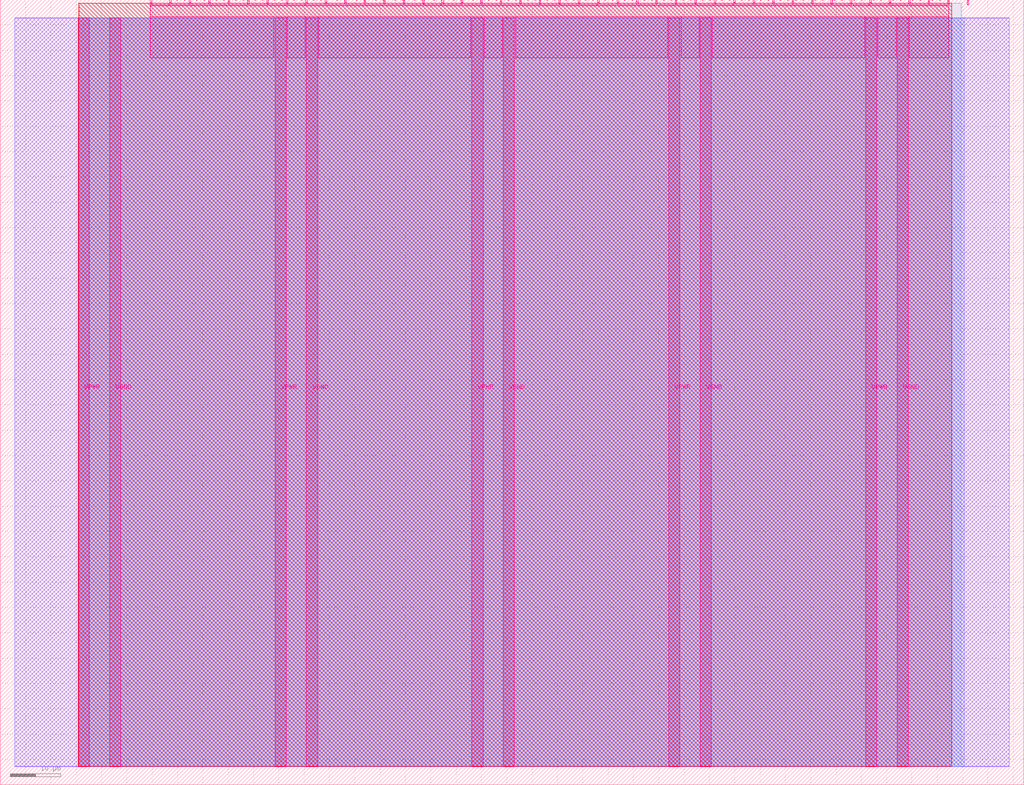
<source format=lef>
VERSION 5.7 ;
  NOWIREEXTENSIONATPIN ON ;
  DIVIDERCHAR "/" ;
  BUSBITCHARS "[]" ;
MACRO tt_um_nefelimet_updown_cntr
  CLASS BLOCK ;
  FOREIGN tt_um_nefelimet_updown_cntr ;
  ORIGIN 0.000 0.000 ;
  SIZE 202.080 BY 154.980 ;
  PIN VGND
    DIRECTION INOUT ;
    USE GROUND ;
    PORT
      LAYER Metal5 ;
        RECT 21.580 3.560 23.780 151.420 ;
    END
    PORT
      LAYER Metal5 ;
        RECT 60.450 3.560 62.650 151.420 ;
    END
    PORT
      LAYER Metal5 ;
        RECT 99.320 3.560 101.520 151.420 ;
    END
    PORT
      LAYER Metal5 ;
        RECT 138.190 3.560 140.390 151.420 ;
    END
    PORT
      LAYER Metal5 ;
        RECT 177.060 3.560 179.260 151.420 ;
    END
  END VGND
  PIN VPWR
    DIRECTION INOUT ;
    USE POWER ;
    PORT
      LAYER Metal5 ;
        RECT 15.380 3.560 17.580 151.420 ;
    END
    PORT
      LAYER Metal5 ;
        RECT 54.250 3.560 56.450 151.420 ;
    END
    PORT
      LAYER Metal5 ;
        RECT 93.120 3.560 95.320 151.420 ;
    END
    PORT
      LAYER Metal5 ;
        RECT 131.990 3.560 134.190 151.420 ;
    END
    PORT
      LAYER Metal5 ;
        RECT 170.860 3.560 173.060 151.420 ;
    END
  END VPWR
  PIN clk
    DIRECTION INPUT ;
    USE SIGNAL ;
    ANTENNAGATEAREA 0.213200 ;
    PORT
      LAYER Metal5 ;
        RECT 187.050 153.980 187.350 154.980 ;
    END
  END clk
  PIN ena
    DIRECTION INPUT ;
    USE SIGNAL ;
    PORT
      LAYER Metal5 ;
        RECT 190.890 153.980 191.190 154.980 ;
    END
  END ena
  PIN rst_n
    DIRECTION INPUT ;
    USE SIGNAL ;
    PORT
      LAYER Metal5 ;
        RECT 183.210 153.980 183.510 154.980 ;
    END
  END rst_n
  PIN ui_in[0]
    DIRECTION INPUT ;
    USE SIGNAL ;
    ANTENNAGATEAREA 0.180700 ;
    PORT
      LAYER Metal5 ;
        RECT 179.370 153.980 179.670 154.980 ;
    END
  END ui_in[0]
  PIN ui_in[1]
    DIRECTION INPUT ;
    USE SIGNAL ;
    ANTENNAGATEAREA 0.180700 ;
    PORT
      LAYER Metal5 ;
        RECT 175.530 153.980 175.830 154.980 ;
    END
  END ui_in[1]
  PIN ui_in[2]
    DIRECTION INPUT ;
    USE SIGNAL ;
    ANTENNAGATEAREA 0.180700 ;
    PORT
      LAYER Metal5 ;
        RECT 171.690 153.980 171.990 154.980 ;
    END
  END ui_in[2]
  PIN ui_in[3]
    DIRECTION INPUT ;
    USE SIGNAL ;
    ANTENNAGATEAREA 0.180700 ;
    PORT
      LAYER Metal5 ;
        RECT 167.850 153.980 168.150 154.980 ;
    END
  END ui_in[3]
  PIN ui_in[4]
    DIRECTION INPUT ;
    USE SIGNAL ;
    ANTENNAGATEAREA 0.180700 ;
    PORT
      LAYER Metal5 ;
        RECT 164.010 153.980 164.310 154.980 ;
    END
  END ui_in[4]
  PIN ui_in[5]
    DIRECTION INPUT ;
    USE SIGNAL ;
    ANTENNAGATEAREA 0.180700 ;
    PORT
      LAYER Metal5 ;
        RECT 160.170 153.980 160.470 154.980 ;
    END
  END ui_in[5]
  PIN ui_in[6]
    DIRECTION INPUT ;
    USE SIGNAL ;
    ANTENNAGATEAREA 0.180700 ;
    PORT
      LAYER Metal5 ;
        RECT 156.330 153.980 156.630 154.980 ;
    END
  END ui_in[6]
  PIN ui_in[7]
    DIRECTION INPUT ;
    USE SIGNAL ;
    PORT
      LAYER Metal5 ;
        RECT 152.490 153.980 152.790 154.980 ;
    END
  END ui_in[7]
  PIN uio_in[0]
    DIRECTION INPUT ;
    USE SIGNAL ;
    PORT
      LAYER Metal5 ;
        RECT 148.650 153.980 148.950 154.980 ;
    END
  END uio_in[0]
  PIN uio_in[1]
    DIRECTION INPUT ;
    USE SIGNAL ;
    PORT
      LAYER Metal5 ;
        RECT 144.810 153.980 145.110 154.980 ;
    END
  END uio_in[1]
  PIN uio_in[2]
    DIRECTION INPUT ;
    USE SIGNAL ;
    PORT
      LAYER Metal5 ;
        RECT 140.970 153.980 141.270 154.980 ;
    END
  END uio_in[2]
  PIN uio_in[3]
    DIRECTION INPUT ;
    USE SIGNAL ;
    PORT
      LAYER Metal5 ;
        RECT 137.130 153.980 137.430 154.980 ;
    END
  END uio_in[3]
  PIN uio_in[4]
    DIRECTION INPUT ;
    USE SIGNAL ;
    PORT
      LAYER Metal5 ;
        RECT 133.290 153.980 133.590 154.980 ;
    END
  END uio_in[4]
  PIN uio_in[5]
    DIRECTION INPUT ;
    USE SIGNAL ;
    PORT
      LAYER Metal5 ;
        RECT 129.450 153.980 129.750 154.980 ;
    END
  END uio_in[5]
  PIN uio_in[6]
    DIRECTION INPUT ;
    USE SIGNAL ;
    PORT
      LAYER Metal5 ;
        RECT 125.610 153.980 125.910 154.980 ;
    END
  END uio_in[6]
  PIN uio_in[7]
    DIRECTION INPUT ;
    USE SIGNAL ;
    PORT
      LAYER Metal5 ;
        RECT 121.770 153.980 122.070 154.980 ;
    END
  END uio_in[7]
  PIN uio_oe[0]
    DIRECTION OUTPUT ;
    USE SIGNAL ;
    ANTENNADIFFAREA 0.299200 ;
    PORT
      LAYER Metal5 ;
        RECT 56.490 153.980 56.790 154.980 ;
    END
  END uio_oe[0]
  PIN uio_oe[1]
    DIRECTION OUTPUT ;
    USE SIGNAL ;
    ANTENNADIFFAREA 0.299200 ;
    PORT
      LAYER Metal5 ;
        RECT 52.650 153.980 52.950 154.980 ;
    END
  END uio_oe[1]
  PIN uio_oe[2]
    DIRECTION OUTPUT ;
    USE SIGNAL ;
    ANTENNADIFFAREA 0.299200 ;
    PORT
      LAYER Metal5 ;
        RECT 48.810 153.980 49.110 154.980 ;
    END
  END uio_oe[2]
  PIN uio_oe[3]
    DIRECTION OUTPUT ;
    USE SIGNAL ;
    ANTENNADIFFAREA 0.299200 ;
    PORT
      LAYER Metal5 ;
        RECT 44.970 153.980 45.270 154.980 ;
    END
  END uio_oe[3]
  PIN uio_oe[4]
    DIRECTION OUTPUT ;
    USE SIGNAL ;
    ANTENNADIFFAREA 0.299200 ;
    PORT
      LAYER Metal5 ;
        RECT 41.130 153.980 41.430 154.980 ;
    END
  END uio_oe[4]
  PIN uio_oe[5]
    DIRECTION OUTPUT ;
    USE SIGNAL ;
    ANTENNADIFFAREA 0.299200 ;
    PORT
      LAYER Metal5 ;
        RECT 37.290 153.980 37.590 154.980 ;
    END
  END uio_oe[5]
  PIN uio_oe[6]
    DIRECTION OUTPUT ;
    USE SIGNAL ;
    ANTENNADIFFAREA 0.299200 ;
    PORT
      LAYER Metal5 ;
        RECT 33.450 153.980 33.750 154.980 ;
    END
  END uio_oe[6]
  PIN uio_oe[7]
    DIRECTION OUTPUT ;
    USE SIGNAL ;
    ANTENNADIFFAREA 0.299200 ;
    PORT
      LAYER Metal5 ;
        RECT 29.610 153.980 29.910 154.980 ;
    END
  END uio_oe[7]
  PIN uio_out[0]
    DIRECTION OUTPUT ;
    USE SIGNAL ;
    ANTENNADIFFAREA 0.299200 ;
    PORT
      LAYER Metal5 ;
        RECT 87.210 153.980 87.510 154.980 ;
    END
  END uio_out[0]
  PIN uio_out[1]
    DIRECTION OUTPUT ;
    USE SIGNAL ;
    ANTENNADIFFAREA 0.299200 ;
    PORT
      LAYER Metal5 ;
        RECT 83.370 153.980 83.670 154.980 ;
    END
  END uio_out[1]
  PIN uio_out[2]
    DIRECTION OUTPUT ;
    USE SIGNAL ;
    ANTENNADIFFAREA 0.299200 ;
    PORT
      LAYER Metal5 ;
        RECT 79.530 153.980 79.830 154.980 ;
    END
  END uio_out[2]
  PIN uio_out[3]
    DIRECTION OUTPUT ;
    USE SIGNAL ;
    ANTENNADIFFAREA 0.299200 ;
    PORT
      LAYER Metal5 ;
        RECT 75.690 153.980 75.990 154.980 ;
    END
  END uio_out[3]
  PIN uio_out[4]
    DIRECTION OUTPUT ;
    USE SIGNAL ;
    ANTENNADIFFAREA 0.299200 ;
    PORT
      LAYER Metal5 ;
        RECT 71.850 153.980 72.150 154.980 ;
    END
  END uio_out[4]
  PIN uio_out[5]
    DIRECTION OUTPUT ;
    USE SIGNAL ;
    ANTENNADIFFAREA 0.299200 ;
    PORT
      LAYER Metal5 ;
        RECT 68.010 153.980 68.310 154.980 ;
    END
  END uio_out[5]
  PIN uio_out[6]
    DIRECTION OUTPUT ;
    USE SIGNAL ;
    ANTENNADIFFAREA 0.299200 ;
    PORT
      LAYER Metal5 ;
        RECT 64.170 153.980 64.470 154.980 ;
    END
  END uio_out[6]
  PIN uio_out[7]
    DIRECTION OUTPUT ;
    USE SIGNAL ;
    ANTENNADIFFAREA 0.299200 ;
    PORT
      LAYER Metal5 ;
        RECT 60.330 153.980 60.630 154.980 ;
    END
  END uio_out[7]
  PIN uo_out[0]
    DIRECTION OUTPUT ;
    USE SIGNAL ;
    ANTENNAGATEAREA 0.744900 ;
    ANTENNADIFFAREA 0.632400 ;
    PORT
      LAYER Metal5 ;
        RECT 117.930 153.980 118.230 154.980 ;
    END
  END uo_out[0]
  PIN uo_out[1]
    DIRECTION OUTPUT ;
    USE SIGNAL ;
    ANTENNAGATEAREA 0.724100 ;
    ANTENNADIFFAREA 0.632400 ;
    PORT
      LAYER Metal5 ;
        RECT 114.090 153.980 114.390 154.980 ;
    END
  END uo_out[1]
  PIN uo_out[2]
    DIRECTION OUTPUT ;
    USE SIGNAL ;
    ANTENNAGATEAREA 0.543400 ;
    ANTENNADIFFAREA 0.632400 ;
    PORT
      LAYER Metal5 ;
        RECT 110.250 153.980 110.550 154.980 ;
    END
  END uo_out[2]
  PIN uo_out[3]
    DIRECTION OUTPUT ;
    USE SIGNAL ;
    ANTENNADIFFAREA 0.299200 ;
    PORT
      LAYER Metal5 ;
        RECT 106.410 153.980 106.710 154.980 ;
    END
  END uo_out[3]
  PIN uo_out[4]
    DIRECTION OUTPUT ;
    USE SIGNAL ;
    ANTENNADIFFAREA 0.299200 ;
    PORT
      LAYER Metal5 ;
        RECT 102.570 153.980 102.870 154.980 ;
    END
  END uo_out[4]
  PIN uo_out[5]
    DIRECTION OUTPUT ;
    USE SIGNAL ;
    ANTENNADIFFAREA 0.299200 ;
    PORT
      LAYER Metal5 ;
        RECT 98.730 153.980 99.030 154.980 ;
    END
  END uo_out[5]
  PIN uo_out[6]
    DIRECTION OUTPUT ;
    USE SIGNAL ;
    ANTENNADIFFAREA 0.299200 ;
    PORT
      LAYER Metal5 ;
        RECT 94.890 153.980 95.190 154.980 ;
    END
  END uo_out[6]
  PIN uo_out[7]
    DIRECTION OUTPUT ;
    USE SIGNAL ;
    ANTENNADIFFAREA 0.299200 ;
    PORT
      LAYER Metal5 ;
        RECT 91.050 153.980 91.350 154.980 ;
    END
  END uo_out[7]
  OBS
      LAYER GatPoly ;
        RECT 2.880 3.630 199.200 151.350 ;
      LAYER Metal1 ;
        RECT 2.880 3.560 199.200 151.420 ;
      LAYER Metal2 ;
        RECT 15.515 3.680 190.355 151.300 ;
      LAYER Metal3 ;
        RECT 15.560 3.635 189.700 154.285 ;
      LAYER Metal4 ;
        RECT 15.515 3.680 187.825 154.240 ;
      LAYER Metal5 ;
        RECT 30.120 153.770 33.240 153.980 ;
        RECT 33.960 153.770 37.080 153.980 ;
        RECT 37.800 153.770 40.920 153.980 ;
        RECT 41.640 153.770 44.760 153.980 ;
        RECT 45.480 153.770 48.600 153.980 ;
        RECT 49.320 153.770 52.440 153.980 ;
        RECT 53.160 153.770 56.280 153.980 ;
        RECT 57.000 153.770 60.120 153.980 ;
        RECT 60.840 153.770 63.960 153.980 ;
        RECT 64.680 153.770 67.800 153.980 ;
        RECT 68.520 153.770 71.640 153.980 ;
        RECT 72.360 153.770 75.480 153.980 ;
        RECT 76.200 153.770 79.320 153.980 ;
        RECT 80.040 153.770 83.160 153.980 ;
        RECT 83.880 153.770 87.000 153.980 ;
        RECT 87.720 153.770 90.840 153.980 ;
        RECT 91.560 153.770 94.680 153.980 ;
        RECT 95.400 153.770 98.520 153.980 ;
        RECT 99.240 153.770 102.360 153.980 ;
        RECT 103.080 153.770 106.200 153.980 ;
        RECT 106.920 153.770 110.040 153.980 ;
        RECT 110.760 153.770 113.880 153.980 ;
        RECT 114.600 153.770 117.720 153.980 ;
        RECT 118.440 153.770 121.560 153.980 ;
        RECT 122.280 153.770 125.400 153.980 ;
        RECT 126.120 153.770 129.240 153.980 ;
        RECT 129.960 153.770 133.080 153.980 ;
        RECT 133.800 153.770 136.920 153.980 ;
        RECT 137.640 153.770 140.760 153.980 ;
        RECT 141.480 153.770 144.600 153.980 ;
        RECT 145.320 153.770 148.440 153.980 ;
        RECT 149.160 153.770 152.280 153.980 ;
        RECT 153.000 153.770 156.120 153.980 ;
        RECT 156.840 153.770 159.960 153.980 ;
        RECT 160.680 153.770 163.800 153.980 ;
        RECT 164.520 153.770 167.640 153.980 ;
        RECT 168.360 153.770 171.480 153.980 ;
        RECT 172.200 153.770 175.320 153.980 ;
        RECT 176.040 153.770 179.160 153.980 ;
        RECT 179.880 153.770 183.000 153.980 ;
        RECT 183.720 153.770 186.840 153.980 ;
        RECT 29.660 151.630 187.300 153.770 ;
        RECT 29.660 143.495 54.040 151.630 ;
        RECT 56.660 143.495 60.240 151.630 ;
        RECT 62.860 143.495 92.910 151.630 ;
        RECT 95.530 143.495 99.110 151.630 ;
        RECT 101.730 143.495 131.780 151.630 ;
        RECT 134.400 143.495 137.980 151.630 ;
        RECT 140.600 143.495 170.650 151.630 ;
        RECT 173.270 143.495 176.850 151.630 ;
        RECT 179.470 143.495 187.300 151.630 ;
  END
END tt_um_nefelimet_updown_cntr
END LIBRARY


</source>
